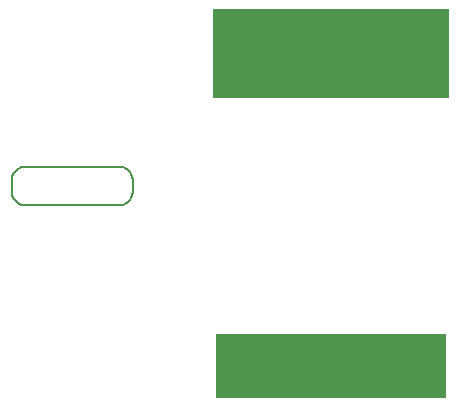
<source format=gko>
G04*
G04 #@! TF.GenerationSoftware,Altium Limited,Altium Designer,20.0.13 (296)*
G04*
G04 Layer_Color=16711935*
%FSLAX44Y44*%
%MOMM*%
G71*
G01*
G75*
%ADD11C,0.2000*%
G36*
X316500Y-249100D02*
X121500D01*
Y-194543D01*
X316500D01*
Y-249100D01*
D02*
G37*
G36*
X319000Y4900D02*
X119000D01*
X119000Y80400D01*
X319000D01*
X319000Y4900D01*
D02*
G37*
D11*
X-51000Y-74380D02*
X-50724Y-76828D01*
X-49911Y-79153D01*
X-48600Y-81238D01*
X-46858Y-82980D01*
X-44773Y-84291D01*
X-42448Y-85104D01*
X-40000Y-85380D01*
Y-53380D02*
X-42448Y-53656D01*
X-44773Y-54469D01*
X-46858Y-55780D01*
X-48600Y-57522D01*
X-49911Y-59607D01*
X-50724Y-61932D01*
X-51000Y-64380D01*
X51000D02*
X50724Y-61932D01*
X49911Y-59607D01*
X48600Y-57522D01*
X46858Y-55780D01*
X44773Y-54469D01*
X42448Y-53656D01*
X40000Y-53380D01*
Y-85380D02*
X42448Y-85104D01*
X44773Y-84291D01*
X46858Y-82980D01*
X48600Y-81238D01*
X49911Y-79153D01*
X50724Y-76828D01*
X51000Y-74380D01*
X-40000Y-85380D02*
X0D01*
X-51000Y-74380D02*
Y-64380D01*
X-40000Y-53380D02*
X40000D01*
X51000Y-74380D02*
Y-64380D01*
X0Y-85380D02*
X40000D01*
M02*

</source>
